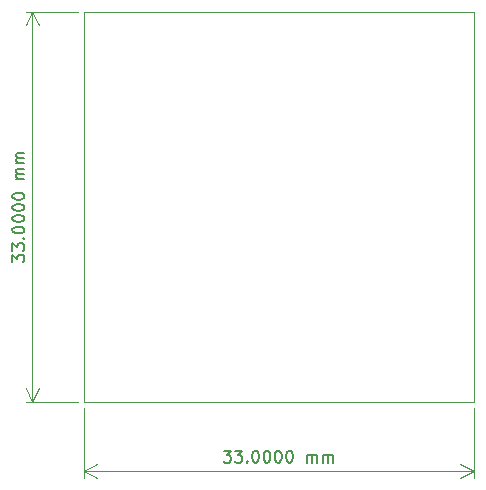
<source format=gbr>
%TF.GenerationSoftware,KiCad,Pcbnew,7.0.10-7.0.10~ubuntu22.04.1*%
%TF.CreationDate,2024-04-18T16:44:08+05:30*%
%TF.ProjectId,EspXiao-FC,45737058-6961-46f2-9d46-432e6b696361,rev?*%
%TF.SameCoordinates,Original*%
%TF.FileFunction,Profile,NP*%
%FSLAX46Y46*%
G04 Gerber Fmt 4.6, Leading zero omitted, Abs format (unit mm)*
G04 Created by KiCad (PCBNEW 7.0.10-7.0.10~ubuntu22.04.1) date 2024-04-18 16:44:08*
%MOMM*%
%LPD*%
G01*
G04 APERTURE LIST*
%TA.AperFunction,Profile*%
%ADD10C,0.100000*%
%TD*%
%ADD11C,0.150000*%
G04 APERTURE END LIST*
D10*
X145724600Y-70074600D02*
X145750000Y-70074600D01*
X145750000Y-70100000D01*
X145724600Y-70100000D01*
X145724600Y-70074600D01*
X129250000Y-70100000D02*
X162250000Y-70100000D01*
X162250000Y-103100000D01*
X129250000Y-103100000D01*
X129250000Y-70100000D01*
D11*
X141083334Y-107254819D02*
X141702381Y-107254819D01*
X141702381Y-107254819D02*
X141369048Y-107635771D01*
X141369048Y-107635771D02*
X141511905Y-107635771D01*
X141511905Y-107635771D02*
X141607143Y-107683390D01*
X141607143Y-107683390D02*
X141654762Y-107731009D01*
X141654762Y-107731009D02*
X141702381Y-107826247D01*
X141702381Y-107826247D02*
X141702381Y-108064342D01*
X141702381Y-108064342D02*
X141654762Y-108159580D01*
X141654762Y-108159580D02*
X141607143Y-108207200D01*
X141607143Y-108207200D02*
X141511905Y-108254819D01*
X141511905Y-108254819D02*
X141226191Y-108254819D01*
X141226191Y-108254819D02*
X141130953Y-108207200D01*
X141130953Y-108207200D02*
X141083334Y-108159580D01*
X142035715Y-107254819D02*
X142654762Y-107254819D01*
X142654762Y-107254819D02*
X142321429Y-107635771D01*
X142321429Y-107635771D02*
X142464286Y-107635771D01*
X142464286Y-107635771D02*
X142559524Y-107683390D01*
X142559524Y-107683390D02*
X142607143Y-107731009D01*
X142607143Y-107731009D02*
X142654762Y-107826247D01*
X142654762Y-107826247D02*
X142654762Y-108064342D01*
X142654762Y-108064342D02*
X142607143Y-108159580D01*
X142607143Y-108159580D02*
X142559524Y-108207200D01*
X142559524Y-108207200D02*
X142464286Y-108254819D01*
X142464286Y-108254819D02*
X142178572Y-108254819D01*
X142178572Y-108254819D02*
X142083334Y-108207200D01*
X142083334Y-108207200D02*
X142035715Y-108159580D01*
X143083334Y-108159580D02*
X143130953Y-108207200D01*
X143130953Y-108207200D02*
X143083334Y-108254819D01*
X143083334Y-108254819D02*
X143035715Y-108207200D01*
X143035715Y-108207200D02*
X143083334Y-108159580D01*
X143083334Y-108159580D02*
X143083334Y-108254819D01*
X143750000Y-107254819D02*
X143845238Y-107254819D01*
X143845238Y-107254819D02*
X143940476Y-107302438D01*
X143940476Y-107302438D02*
X143988095Y-107350057D01*
X143988095Y-107350057D02*
X144035714Y-107445295D01*
X144035714Y-107445295D02*
X144083333Y-107635771D01*
X144083333Y-107635771D02*
X144083333Y-107873866D01*
X144083333Y-107873866D02*
X144035714Y-108064342D01*
X144035714Y-108064342D02*
X143988095Y-108159580D01*
X143988095Y-108159580D02*
X143940476Y-108207200D01*
X143940476Y-108207200D02*
X143845238Y-108254819D01*
X143845238Y-108254819D02*
X143750000Y-108254819D01*
X143750000Y-108254819D02*
X143654762Y-108207200D01*
X143654762Y-108207200D02*
X143607143Y-108159580D01*
X143607143Y-108159580D02*
X143559524Y-108064342D01*
X143559524Y-108064342D02*
X143511905Y-107873866D01*
X143511905Y-107873866D02*
X143511905Y-107635771D01*
X143511905Y-107635771D02*
X143559524Y-107445295D01*
X143559524Y-107445295D02*
X143607143Y-107350057D01*
X143607143Y-107350057D02*
X143654762Y-107302438D01*
X143654762Y-107302438D02*
X143750000Y-107254819D01*
X144702381Y-107254819D02*
X144797619Y-107254819D01*
X144797619Y-107254819D02*
X144892857Y-107302438D01*
X144892857Y-107302438D02*
X144940476Y-107350057D01*
X144940476Y-107350057D02*
X144988095Y-107445295D01*
X144988095Y-107445295D02*
X145035714Y-107635771D01*
X145035714Y-107635771D02*
X145035714Y-107873866D01*
X145035714Y-107873866D02*
X144988095Y-108064342D01*
X144988095Y-108064342D02*
X144940476Y-108159580D01*
X144940476Y-108159580D02*
X144892857Y-108207200D01*
X144892857Y-108207200D02*
X144797619Y-108254819D01*
X144797619Y-108254819D02*
X144702381Y-108254819D01*
X144702381Y-108254819D02*
X144607143Y-108207200D01*
X144607143Y-108207200D02*
X144559524Y-108159580D01*
X144559524Y-108159580D02*
X144511905Y-108064342D01*
X144511905Y-108064342D02*
X144464286Y-107873866D01*
X144464286Y-107873866D02*
X144464286Y-107635771D01*
X144464286Y-107635771D02*
X144511905Y-107445295D01*
X144511905Y-107445295D02*
X144559524Y-107350057D01*
X144559524Y-107350057D02*
X144607143Y-107302438D01*
X144607143Y-107302438D02*
X144702381Y-107254819D01*
X145654762Y-107254819D02*
X145750000Y-107254819D01*
X145750000Y-107254819D02*
X145845238Y-107302438D01*
X145845238Y-107302438D02*
X145892857Y-107350057D01*
X145892857Y-107350057D02*
X145940476Y-107445295D01*
X145940476Y-107445295D02*
X145988095Y-107635771D01*
X145988095Y-107635771D02*
X145988095Y-107873866D01*
X145988095Y-107873866D02*
X145940476Y-108064342D01*
X145940476Y-108064342D02*
X145892857Y-108159580D01*
X145892857Y-108159580D02*
X145845238Y-108207200D01*
X145845238Y-108207200D02*
X145750000Y-108254819D01*
X145750000Y-108254819D02*
X145654762Y-108254819D01*
X145654762Y-108254819D02*
X145559524Y-108207200D01*
X145559524Y-108207200D02*
X145511905Y-108159580D01*
X145511905Y-108159580D02*
X145464286Y-108064342D01*
X145464286Y-108064342D02*
X145416667Y-107873866D01*
X145416667Y-107873866D02*
X145416667Y-107635771D01*
X145416667Y-107635771D02*
X145464286Y-107445295D01*
X145464286Y-107445295D02*
X145511905Y-107350057D01*
X145511905Y-107350057D02*
X145559524Y-107302438D01*
X145559524Y-107302438D02*
X145654762Y-107254819D01*
X146607143Y-107254819D02*
X146702381Y-107254819D01*
X146702381Y-107254819D02*
X146797619Y-107302438D01*
X146797619Y-107302438D02*
X146845238Y-107350057D01*
X146845238Y-107350057D02*
X146892857Y-107445295D01*
X146892857Y-107445295D02*
X146940476Y-107635771D01*
X146940476Y-107635771D02*
X146940476Y-107873866D01*
X146940476Y-107873866D02*
X146892857Y-108064342D01*
X146892857Y-108064342D02*
X146845238Y-108159580D01*
X146845238Y-108159580D02*
X146797619Y-108207200D01*
X146797619Y-108207200D02*
X146702381Y-108254819D01*
X146702381Y-108254819D02*
X146607143Y-108254819D01*
X146607143Y-108254819D02*
X146511905Y-108207200D01*
X146511905Y-108207200D02*
X146464286Y-108159580D01*
X146464286Y-108159580D02*
X146416667Y-108064342D01*
X146416667Y-108064342D02*
X146369048Y-107873866D01*
X146369048Y-107873866D02*
X146369048Y-107635771D01*
X146369048Y-107635771D02*
X146416667Y-107445295D01*
X146416667Y-107445295D02*
X146464286Y-107350057D01*
X146464286Y-107350057D02*
X146511905Y-107302438D01*
X146511905Y-107302438D02*
X146607143Y-107254819D01*
X148130953Y-108254819D02*
X148130953Y-107588152D01*
X148130953Y-107683390D02*
X148178572Y-107635771D01*
X148178572Y-107635771D02*
X148273810Y-107588152D01*
X148273810Y-107588152D02*
X148416667Y-107588152D01*
X148416667Y-107588152D02*
X148511905Y-107635771D01*
X148511905Y-107635771D02*
X148559524Y-107731009D01*
X148559524Y-107731009D02*
X148559524Y-108254819D01*
X148559524Y-107731009D02*
X148607143Y-107635771D01*
X148607143Y-107635771D02*
X148702381Y-107588152D01*
X148702381Y-107588152D02*
X148845238Y-107588152D01*
X148845238Y-107588152D02*
X148940477Y-107635771D01*
X148940477Y-107635771D02*
X148988096Y-107731009D01*
X148988096Y-107731009D02*
X148988096Y-108254819D01*
X149464286Y-108254819D02*
X149464286Y-107588152D01*
X149464286Y-107683390D02*
X149511905Y-107635771D01*
X149511905Y-107635771D02*
X149607143Y-107588152D01*
X149607143Y-107588152D02*
X149750000Y-107588152D01*
X149750000Y-107588152D02*
X149845238Y-107635771D01*
X149845238Y-107635771D02*
X149892857Y-107731009D01*
X149892857Y-107731009D02*
X149892857Y-108254819D01*
X149892857Y-107731009D02*
X149940476Y-107635771D01*
X149940476Y-107635771D02*
X150035714Y-107588152D01*
X150035714Y-107588152D02*
X150178571Y-107588152D01*
X150178571Y-107588152D02*
X150273810Y-107635771D01*
X150273810Y-107635771D02*
X150321429Y-107731009D01*
X150321429Y-107731009D02*
X150321429Y-108254819D01*
D10*
X129250000Y-103600000D02*
X129250000Y-109536420D01*
X162250000Y-103600000D02*
X162250000Y-109536420D01*
X129250000Y-108950000D02*
X162250000Y-108950000D01*
X129250000Y-108950000D02*
X162250000Y-108950000D01*
X129250000Y-108950000D02*
X130376504Y-108363579D01*
X129250000Y-108950000D02*
X130376504Y-109536421D01*
X162250000Y-108950000D02*
X161123496Y-109536421D01*
X162250000Y-108950000D02*
X161123496Y-108363579D01*
D11*
X123204819Y-91266665D02*
X123204819Y-90647618D01*
X123204819Y-90647618D02*
X123585771Y-90980951D01*
X123585771Y-90980951D02*
X123585771Y-90838094D01*
X123585771Y-90838094D02*
X123633390Y-90742856D01*
X123633390Y-90742856D02*
X123681009Y-90695237D01*
X123681009Y-90695237D02*
X123776247Y-90647618D01*
X123776247Y-90647618D02*
X124014342Y-90647618D01*
X124014342Y-90647618D02*
X124109580Y-90695237D01*
X124109580Y-90695237D02*
X124157200Y-90742856D01*
X124157200Y-90742856D02*
X124204819Y-90838094D01*
X124204819Y-90838094D02*
X124204819Y-91123808D01*
X124204819Y-91123808D02*
X124157200Y-91219046D01*
X124157200Y-91219046D02*
X124109580Y-91266665D01*
X123204819Y-90314284D02*
X123204819Y-89695237D01*
X123204819Y-89695237D02*
X123585771Y-90028570D01*
X123585771Y-90028570D02*
X123585771Y-89885713D01*
X123585771Y-89885713D02*
X123633390Y-89790475D01*
X123633390Y-89790475D02*
X123681009Y-89742856D01*
X123681009Y-89742856D02*
X123776247Y-89695237D01*
X123776247Y-89695237D02*
X124014342Y-89695237D01*
X124014342Y-89695237D02*
X124109580Y-89742856D01*
X124109580Y-89742856D02*
X124157200Y-89790475D01*
X124157200Y-89790475D02*
X124204819Y-89885713D01*
X124204819Y-89885713D02*
X124204819Y-90171427D01*
X124204819Y-90171427D02*
X124157200Y-90266665D01*
X124157200Y-90266665D02*
X124109580Y-90314284D01*
X124109580Y-89266665D02*
X124157200Y-89219046D01*
X124157200Y-89219046D02*
X124204819Y-89266665D01*
X124204819Y-89266665D02*
X124157200Y-89314284D01*
X124157200Y-89314284D02*
X124109580Y-89266665D01*
X124109580Y-89266665D02*
X124204819Y-89266665D01*
X123204819Y-88599999D02*
X123204819Y-88504761D01*
X123204819Y-88504761D02*
X123252438Y-88409523D01*
X123252438Y-88409523D02*
X123300057Y-88361904D01*
X123300057Y-88361904D02*
X123395295Y-88314285D01*
X123395295Y-88314285D02*
X123585771Y-88266666D01*
X123585771Y-88266666D02*
X123823866Y-88266666D01*
X123823866Y-88266666D02*
X124014342Y-88314285D01*
X124014342Y-88314285D02*
X124109580Y-88361904D01*
X124109580Y-88361904D02*
X124157200Y-88409523D01*
X124157200Y-88409523D02*
X124204819Y-88504761D01*
X124204819Y-88504761D02*
X124204819Y-88599999D01*
X124204819Y-88599999D02*
X124157200Y-88695237D01*
X124157200Y-88695237D02*
X124109580Y-88742856D01*
X124109580Y-88742856D02*
X124014342Y-88790475D01*
X124014342Y-88790475D02*
X123823866Y-88838094D01*
X123823866Y-88838094D02*
X123585771Y-88838094D01*
X123585771Y-88838094D02*
X123395295Y-88790475D01*
X123395295Y-88790475D02*
X123300057Y-88742856D01*
X123300057Y-88742856D02*
X123252438Y-88695237D01*
X123252438Y-88695237D02*
X123204819Y-88599999D01*
X123204819Y-87647618D02*
X123204819Y-87552380D01*
X123204819Y-87552380D02*
X123252438Y-87457142D01*
X123252438Y-87457142D02*
X123300057Y-87409523D01*
X123300057Y-87409523D02*
X123395295Y-87361904D01*
X123395295Y-87361904D02*
X123585771Y-87314285D01*
X123585771Y-87314285D02*
X123823866Y-87314285D01*
X123823866Y-87314285D02*
X124014342Y-87361904D01*
X124014342Y-87361904D02*
X124109580Y-87409523D01*
X124109580Y-87409523D02*
X124157200Y-87457142D01*
X124157200Y-87457142D02*
X124204819Y-87552380D01*
X124204819Y-87552380D02*
X124204819Y-87647618D01*
X124204819Y-87647618D02*
X124157200Y-87742856D01*
X124157200Y-87742856D02*
X124109580Y-87790475D01*
X124109580Y-87790475D02*
X124014342Y-87838094D01*
X124014342Y-87838094D02*
X123823866Y-87885713D01*
X123823866Y-87885713D02*
X123585771Y-87885713D01*
X123585771Y-87885713D02*
X123395295Y-87838094D01*
X123395295Y-87838094D02*
X123300057Y-87790475D01*
X123300057Y-87790475D02*
X123252438Y-87742856D01*
X123252438Y-87742856D02*
X123204819Y-87647618D01*
X123204819Y-86695237D02*
X123204819Y-86599999D01*
X123204819Y-86599999D02*
X123252438Y-86504761D01*
X123252438Y-86504761D02*
X123300057Y-86457142D01*
X123300057Y-86457142D02*
X123395295Y-86409523D01*
X123395295Y-86409523D02*
X123585771Y-86361904D01*
X123585771Y-86361904D02*
X123823866Y-86361904D01*
X123823866Y-86361904D02*
X124014342Y-86409523D01*
X124014342Y-86409523D02*
X124109580Y-86457142D01*
X124109580Y-86457142D02*
X124157200Y-86504761D01*
X124157200Y-86504761D02*
X124204819Y-86599999D01*
X124204819Y-86599999D02*
X124204819Y-86695237D01*
X124204819Y-86695237D02*
X124157200Y-86790475D01*
X124157200Y-86790475D02*
X124109580Y-86838094D01*
X124109580Y-86838094D02*
X124014342Y-86885713D01*
X124014342Y-86885713D02*
X123823866Y-86933332D01*
X123823866Y-86933332D02*
X123585771Y-86933332D01*
X123585771Y-86933332D02*
X123395295Y-86885713D01*
X123395295Y-86885713D02*
X123300057Y-86838094D01*
X123300057Y-86838094D02*
X123252438Y-86790475D01*
X123252438Y-86790475D02*
X123204819Y-86695237D01*
X123204819Y-85742856D02*
X123204819Y-85647618D01*
X123204819Y-85647618D02*
X123252438Y-85552380D01*
X123252438Y-85552380D02*
X123300057Y-85504761D01*
X123300057Y-85504761D02*
X123395295Y-85457142D01*
X123395295Y-85457142D02*
X123585771Y-85409523D01*
X123585771Y-85409523D02*
X123823866Y-85409523D01*
X123823866Y-85409523D02*
X124014342Y-85457142D01*
X124014342Y-85457142D02*
X124109580Y-85504761D01*
X124109580Y-85504761D02*
X124157200Y-85552380D01*
X124157200Y-85552380D02*
X124204819Y-85647618D01*
X124204819Y-85647618D02*
X124204819Y-85742856D01*
X124204819Y-85742856D02*
X124157200Y-85838094D01*
X124157200Y-85838094D02*
X124109580Y-85885713D01*
X124109580Y-85885713D02*
X124014342Y-85933332D01*
X124014342Y-85933332D02*
X123823866Y-85980951D01*
X123823866Y-85980951D02*
X123585771Y-85980951D01*
X123585771Y-85980951D02*
X123395295Y-85933332D01*
X123395295Y-85933332D02*
X123300057Y-85885713D01*
X123300057Y-85885713D02*
X123252438Y-85838094D01*
X123252438Y-85838094D02*
X123204819Y-85742856D01*
X124204819Y-84219046D02*
X123538152Y-84219046D01*
X123633390Y-84219046D02*
X123585771Y-84171427D01*
X123585771Y-84171427D02*
X123538152Y-84076189D01*
X123538152Y-84076189D02*
X123538152Y-83933332D01*
X123538152Y-83933332D02*
X123585771Y-83838094D01*
X123585771Y-83838094D02*
X123681009Y-83790475D01*
X123681009Y-83790475D02*
X124204819Y-83790475D01*
X123681009Y-83790475D02*
X123585771Y-83742856D01*
X123585771Y-83742856D02*
X123538152Y-83647618D01*
X123538152Y-83647618D02*
X123538152Y-83504761D01*
X123538152Y-83504761D02*
X123585771Y-83409522D01*
X123585771Y-83409522D02*
X123681009Y-83361903D01*
X123681009Y-83361903D02*
X124204819Y-83361903D01*
X124204819Y-82885713D02*
X123538152Y-82885713D01*
X123633390Y-82885713D02*
X123585771Y-82838094D01*
X123585771Y-82838094D02*
X123538152Y-82742856D01*
X123538152Y-82742856D02*
X123538152Y-82599999D01*
X123538152Y-82599999D02*
X123585771Y-82504761D01*
X123585771Y-82504761D02*
X123681009Y-82457142D01*
X123681009Y-82457142D02*
X124204819Y-82457142D01*
X123681009Y-82457142D02*
X123585771Y-82409523D01*
X123585771Y-82409523D02*
X123538152Y-82314285D01*
X123538152Y-82314285D02*
X123538152Y-82171428D01*
X123538152Y-82171428D02*
X123585771Y-82076189D01*
X123585771Y-82076189D02*
X123681009Y-82028570D01*
X123681009Y-82028570D02*
X124204819Y-82028570D01*
D10*
X128750000Y-70100000D02*
X124313580Y-70100000D01*
X128750000Y-103100000D02*
X124313580Y-103100000D01*
X124900000Y-70100000D02*
X124900000Y-103100000D01*
X124900000Y-70100000D02*
X124900000Y-103100000D01*
X124900000Y-70100000D02*
X125486421Y-71226504D01*
X124900000Y-70100000D02*
X124313579Y-71226504D01*
X124900000Y-103100000D02*
X124313579Y-101973496D01*
X124900000Y-103100000D02*
X125486421Y-101973496D01*
M02*

</source>
